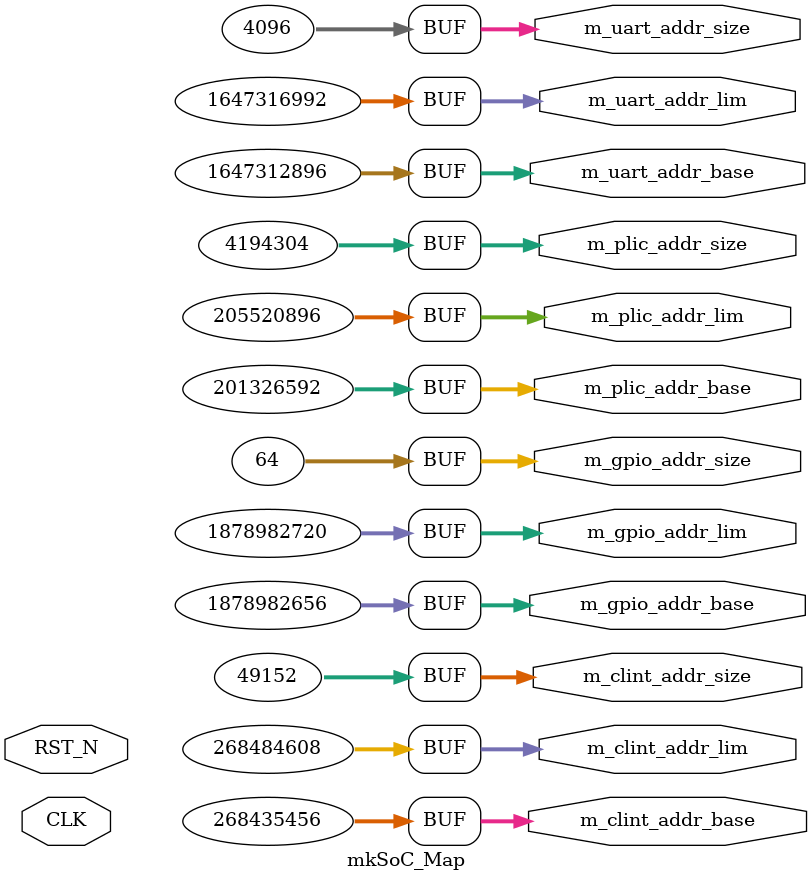
<source format=v>

`ifdef BSV_ASSIGNMENT_DELAY
`else
  `define BSV_ASSIGNMENT_DELAY
`endif

`ifdef BSV_POSITIVE_RESET
  `define BSV_RESET_VALUE 1'b1
  `define BSV_RESET_EDGE posedge
`else
  `define BSV_RESET_VALUE 1'b0
  `define BSV_RESET_EDGE negedge
`endif

module mkSoC_Map(CLK,
		 RST_N,

		 m_gpio_addr_base,

		 m_gpio_addr_size,

		 m_gpio_addr_lim,

		 m_plic_addr_base,

		 m_plic_addr_size,

		 m_plic_addr_lim,

		 m_clint_addr_base,

		 m_clint_addr_size,

		 m_clint_addr_lim,

		 m_uart_addr_base,

		 m_uart_addr_size,

		 m_uart_addr_lim);
  input  CLK;
  input  RST_N;

  // value method m_gpio_addr_base
  output [31 : 0] m_gpio_addr_base;

  // value method m_gpio_addr_size
  output [31 : 0] m_gpio_addr_size;

  // value method m_gpio_addr_lim
  output [31 : 0] m_gpio_addr_lim;

  // value method m_plic_addr_base
  output [31 : 0] m_plic_addr_base;

  // value method m_plic_addr_size
  output [31 : 0] m_plic_addr_size;

  // value method m_plic_addr_lim
  output [31 : 0] m_plic_addr_lim;

  // value method m_clint_addr_base
  output [31 : 0] m_clint_addr_base;

  // value method m_clint_addr_size
  output [31 : 0] m_clint_addr_size;

  // value method m_clint_addr_lim
  output [31 : 0] m_clint_addr_lim;

  // value method m_uart_addr_base
  output [31 : 0] m_uart_addr_base;

  // value method m_uart_addr_size
  output [31 : 0] m_uart_addr_size;

  // value method m_uart_addr_lim
  output [31 : 0] m_uart_addr_lim;

  // signals for module outputs
  wire [31 : 0] m_clint_addr_base,
		m_clint_addr_lim,
		m_clint_addr_size,
		m_gpio_addr_base,
		m_gpio_addr_lim,
		m_gpio_addr_size,
		m_plic_addr_base,
		m_plic_addr_lim,
		m_plic_addr_size,
		m_uart_addr_base,
		m_uart_addr_lim,
		m_uart_addr_size;

  // value method m_gpio_addr_base
  assign m_gpio_addr_base = 32'h6FFF0000 ;

  // value method m_gpio_addr_size
  assign m_gpio_addr_size = 32'h00000040 ;

  // value method m_gpio_addr_lim
  assign m_gpio_addr_lim = 32'h6FFF0040 ;

  // value method m_plic_addr_base
  assign m_plic_addr_base = 32'h0C000000 ;

  // value method m_plic_addr_size
  assign m_plic_addr_size = 32'h00400000 ;

  // value method m_plic_addr_lim
  assign m_plic_addr_lim = 32'h0C400000 ;

  // value method m_clint_addr_base
  assign m_clint_addr_base = 32'h10000000 ;

  // value method m_clint_addr_size
  assign m_clint_addr_size = 32'h0000C000 ;

  // value method m_clint_addr_lim
  assign m_clint_addr_lim = 32'h1000C000 ;

  // value method m_uart_addr_base
  assign m_uart_addr_base = 32'h62300000 ;

  // value method m_uart_addr_size
  assign m_uart_addr_size = 32'h00001000 ;

  // value method m_uart_addr_lim
  assign m_uart_addr_lim = 32'h62301000 ;
endmodule  // mkSoC_Map


</source>
